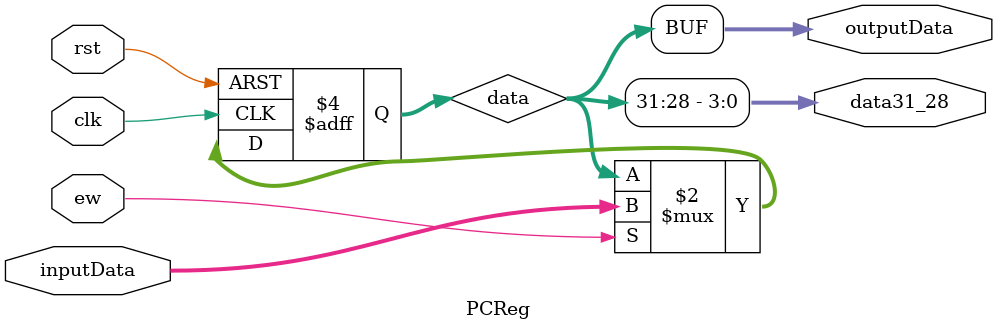
<source format=v>
`timescale 1ns / 1ps


module PCReg(
    input clk,
    input rst,
    input ew,
    input [31:0] inputData,
    output [31:0] outputData,
    output [31:28] data31_28
    );
    reg [31:0] data;
    always@(posedge clk or posedge rst)begin 
        if(rst)
        data <=32'h00400000;
        else 
            begin
                if (ew)
                    data <= inputData;
            end
    end
    assign outputData = data;
    assign data31_28 = data[31:28];
endmodule

</source>
